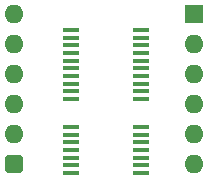
<source format=gts>
%TF.GenerationSoftware,KiCad,Pcbnew,9.0.2*%
%TF.CreationDate,2025-06-17T11:02:49+02:00*%
%TF.ProjectId,HCP65 Native Memory Select,48435036-3520-44e6-9174-697665204d65,V0*%
%TF.SameCoordinates,Original*%
%TF.FileFunction,Soldermask,Top*%
%TF.FilePolarity,Negative*%
%FSLAX46Y46*%
G04 Gerber Fmt 4.6, Leading zero omitted, Abs format (unit mm)*
G04 Created by KiCad (PCBNEW 9.0.2) date 2025-06-17 11:02:49*
%MOMM*%
%LPD*%
G01*
G04 APERTURE LIST*
G04 Aperture macros list*
%AMRoundRect*
0 Rectangle with rounded corners*
0 $1 Rounding radius*
0 $2 $3 $4 $5 $6 $7 $8 $9 X,Y pos of 4 corners*
0 Add a 4 corners polygon primitive as box body*
4,1,4,$2,$3,$4,$5,$6,$7,$8,$9,$2,$3,0*
0 Add four circle primitives for the rounded corners*
1,1,$1+$1,$2,$3*
1,1,$1+$1,$4,$5*
1,1,$1+$1,$6,$7*
1,1,$1+$1,$8,$9*
0 Add four rect primitives between the rounded corners*
20,1,$1+$1,$2,$3,$4,$5,0*
20,1,$1+$1,$4,$5,$6,$7,0*
20,1,$1+$1,$6,$7,$8,$9,0*
20,1,$1+$1,$8,$9,$2,$3,0*%
G04 Aperture macros list end*
%ADD10R,1.600000X1.600000*%
%ADD11O,1.600000X1.600000*%
%ADD12RoundRect,0.400000X-0.400000X-0.400000X0.400000X-0.400000X0.400000X0.400000X-0.400000X0.400000X0*%
%ADD13R,1.475000X0.450000*%
G04 APERTURE END LIST*
D10*
%TO.C,J2*%
X15240000Y0D03*
D11*
X15240000Y-2540000D03*
X15240000Y-5080000D03*
X15240000Y-7620000D03*
X15240000Y-10160000D03*
X15240000Y-12700000D03*
D12*
X0Y-12700000D03*
D11*
X0Y-10160000D03*
X0Y-7620000D03*
X0Y-5080000D03*
X0Y-2540000D03*
X0Y0D03*
%TD*%
D13*
%TO.C,IC2*%
X10685000Y-9607000D03*
X10685000Y-10257000D03*
X10685000Y-10907000D03*
X10685000Y-11557000D03*
X10685000Y-12207000D03*
X10685000Y-12857000D03*
X10685000Y-13507000D03*
X4809000Y-13507000D03*
X4809000Y-12857000D03*
X4809000Y-12207000D03*
X4809000Y-11557000D03*
X4809000Y-10907000D03*
X4809000Y-10257000D03*
X4809000Y-9607000D03*
%TD*%
%TO.C,IC3*%
X10685000Y-1393000D03*
X10685000Y-2043000D03*
X10685000Y-2693000D03*
X10685000Y-3343000D03*
X10685000Y-3993000D03*
X10685000Y-4643000D03*
X10685000Y-5293000D03*
X10685000Y-5943000D03*
X10685000Y-6593000D03*
X10685000Y-7243000D03*
X4809000Y-7243000D03*
X4809000Y-6593000D03*
X4809000Y-5943000D03*
X4809000Y-5293000D03*
X4809000Y-4643000D03*
X4809000Y-3993000D03*
X4809000Y-3343000D03*
X4809000Y-2693000D03*
X4809000Y-2043000D03*
X4809000Y-1393000D03*
%TD*%
M02*

</source>
